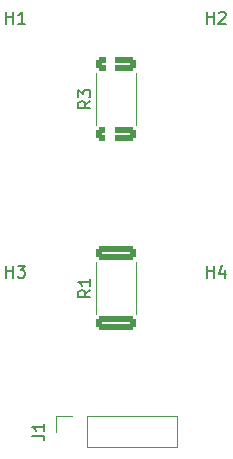
<source format=gbr>
%TF.GenerationSoftware,KiCad,Pcbnew,7.0.7*%
%TF.CreationDate,2023-09-04T20:44:38-04:00*%
%TF.ProjectId,minimal,6d696e69-6d61-46c2-9e6b-696361645f70,rev?*%
%TF.SameCoordinates,Original*%
%TF.FileFunction,Legend,Top*%
%TF.FilePolarity,Positive*%
%FSLAX46Y46*%
G04 Gerber Fmt 4.6, Leading zero omitted, Abs format (unit mm)*
G04 Created by KiCad (PCBNEW 7.0.7) date 2023-09-04 20:44:38*
%MOMM*%
%LPD*%
G01*
G04 APERTURE LIST*
G04 Aperture macros list*
%AMRoundRect*
0 Rectangle with rounded corners*
0 $1 Rounding radius*
0 $2 $3 $4 $5 $6 $7 $8 $9 X,Y pos of 4 corners*
0 Add a 4 corners polygon primitive as box body*
4,1,4,$2,$3,$4,$5,$6,$7,$8,$9,$2,$3,0*
0 Add four circle primitives for the rounded corners*
1,1,$1+$1,$2,$3*
1,1,$1+$1,$4,$5*
1,1,$1+$1,$6,$7*
1,1,$1+$1,$8,$9*
0 Add four rect primitives between the rounded corners*
20,1,$1+$1,$2,$3,$4,$5,0*
20,1,$1+$1,$4,$5,$6,$7,0*
20,1,$1+$1,$6,$7,$8,$9,0*
20,1,$1+$1,$8,$9,$2,$3,0*%
%AMFreePoly0*
4,1,45,0.263282,1.831170,0.521205,1.775062,0.768518,1.682819,1.000186,1.556319,1.211492,1.398137,1.398137,1.211492,1.556319,1.000186,1.682819,0.768518,1.775062,0.521205,1.831170,0.263282,1.850000,0.000000,1.831170,-0.263282,1.775062,-0.521205,1.682819,-0.768518,1.556319,-1.000186,1.398137,-1.211492,1.211492,-1.398137,1.000186,-1.556319,0.768518,-1.682819,0.521205,-1.775062,
0.263282,-1.831170,0.000000,-1.850000,-0.263282,-1.831170,-0.521205,-1.775062,-0.768518,-1.682819,-1.000186,-1.556319,-1.211492,-1.398137,-1.398137,-1.211492,-1.556319,-1.000186,-1.682819,-0.768518,-1.775062,-0.521205,-1.831170,-0.263282,-1.850000,0.000000,-1.831170,0.263282,-1.775062,0.521205,-1.682819,0.768518,-1.556319,1.000186,-1.398137,1.211492,-1.211492,1.398137,-1.000186,1.556319,
-0.768518,1.682819,-0.521205,1.775062,-0.263282,1.831170,0.000000,1.850000,0.263282,1.831170,0.263282,1.831170,$1*%
%AMFreePoly1*
4,1,49,0.287158,2.181179,0.569402,2.125037,0.841904,2.032535,1.100000,1.905256,1.339275,1.745377,1.555635,1.555635,1.745377,1.339275,1.905256,1.100000,2.032535,0.841904,2.125037,0.569402,2.181179,0.287158,2.200000,0.000000,2.181179,-0.287158,2.125037,-0.569402,2.032535,-0.841904,1.905256,-1.100000,1.745377,-1.339275,1.555635,-1.555635,1.339275,-1.745377,1.100000,-1.905256,
0.841904,-2.032535,0.569402,-2.125037,0.287158,-2.181179,0.000000,-2.200000,-0.287158,-2.181179,-0.569402,-2.125037,-0.841904,-2.032535,-1.100000,-1.905256,-1.339275,-1.745377,-1.555635,-1.555635,-1.745377,-1.339275,-1.905256,-1.100000,-2.032535,-0.841904,-2.125037,-0.569402,-2.181179,-0.287158,-2.200000,0.000000,-2.181179,0.287158,-2.125037,0.569402,-2.032535,0.841904,-1.905256,1.100000,
-1.745377,1.339275,-1.555635,1.555635,-1.339275,1.745377,-1.100000,1.905256,-0.841904,2.032535,-0.569402,2.125037,-0.287158,2.181179,0.000000,2.200000,0.287158,2.181179,0.287158,2.181179,$1*%
%AMFreePoly2*
4,1,53,0.313395,2.581043,0.622221,2.524449,0.921973,2.431042,1.208280,2.302186,1.476968,2.139758,1.724119,1.946128,1.946128,1.724119,2.139758,1.476968,2.302186,1.208280,2.431042,0.921973,2.524449,0.622221,2.581043,0.313395,2.600000,0.000000,2.581043,-0.313395,2.524449,-0.622221,2.431042,-0.921973,2.302186,-1.208280,2.139758,-1.476968,1.946128,-1.724119,1.724119,-1.946128,
1.476968,-2.139758,1.208280,-2.302186,0.921973,-2.431042,0.622221,-2.524449,0.313395,-2.581043,0.000000,-2.600000,-0.313395,-2.581043,-0.622221,-2.524449,-0.921973,-2.431042,-1.208280,-2.302186,-1.476968,-2.139758,-1.724119,-1.946128,-1.946128,-1.724119,-2.139758,-1.476968,-2.302186,-1.208280,-2.431042,-0.921973,-2.524449,-0.622221,-2.581043,-0.313395,-2.600000,0.000000,-2.581043,0.313395,
-2.524449,0.622221,-2.431042,0.921973,-2.302186,1.208280,-2.139758,1.476968,-1.946128,1.724119,-1.724119,1.946128,-1.476968,2.139758,-1.208280,2.302186,-0.921973,2.431042,-0.622221,2.524449,-0.313395,2.581043,0.000000,2.600000,0.313395,2.581043,0.313395,2.581043,$1*%
G04 Aperture macros list end*
%ADD10C,0.150000*%
%ADD11C,0.120000*%
%ADD12C,0.000000*%
%ADD13R,1.700000X1.700000*%
%ADD14O,1.700000X1.700000*%
%ADD15RoundRect,0.250000X1.425000X-0.362500X1.425000X0.362500X-1.425000X0.362500X-1.425000X-0.362500X0*%
%ADD16C,0.800000*%
%ADD17C,6.400000*%
%ADD18FreePoly0,0.000000*%
%ADD19FreePoly1,0.000000*%
%ADD20FreePoly2,0.000000*%
G04 APERTURE END LIST*
D10*
X4944819Y-34633333D02*
X5659104Y-34633333D01*
X5659104Y-34633333D02*
X5801961Y-34680952D01*
X5801961Y-34680952D02*
X5897200Y-34776190D01*
X5897200Y-34776190D02*
X5944819Y-34919047D01*
X5944819Y-34919047D02*
X5944819Y-35014285D01*
X5944819Y-33633333D02*
X5944819Y-34204761D01*
X5944819Y-33919047D02*
X4944819Y-33919047D01*
X4944819Y-33919047D02*
X5087676Y-34014285D01*
X5087676Y-34014285D02*
X5182914Y-34109523D01*
X5182914Y-34109523D02*
X5230533Y-34204761D01*
X9834819Y-6316666D02*
X9358628Y-6649999D01*
X9834819Y-6888094D02*
X8834819Y-6888094D01*
X8834819Y-6888094D02*
X8834819Y-6507142D01*
X8834819Y-6507142D02*
X8882438Y-6411904D01*
X8882438Y-6411904D02*
X8930057Y-6364285D01*
X8930057Y-6364285D02*
X9025295Y-6316666D01*
X9025295Y-6316666D02*
X9168152Y-6316666D01*
X9168152Y-6316666D02*
X9263390Y-6364285D01*
X9263390Y-6364285D02*
X9311009Y-6411904D01*
X9311009Y-6411904D02*
X9358628Y-6507142D01*
X9358628Y-6507142D02*
X9358628Y-6888094D01*
X8834819Y-5983332D02*
X8834819Y-5364285D01*
X8834819Y-5364285D02*
X9215771Y-5697618D01*
X9215771Y-5697618D02*
X9215771Y-5554761D01*
X9215771Y-5554761D02*
X9263390Y-5459523D01*
X9263390Y-5459523D02*
X9311009Y-5411904D01*
X9311009Y-5411904D02*
X9406247Y-5364285D01*
X9406247Y-5364285D02*
X9644342Y-5364285D01*
X9644342Y-5364285D02*
X9739580Y-5411904D01*
X9739580Y-5411904D02*
X9787200Y-5459523D01*
X9787200Y-5459523D02*
X9834819Y-5554761D01*
X9834819Y-5554761D02*
X9834819Y-5840475D01*
X9834819Y-5840475D02*
X9787200Y-5935713D01*
X9787200Y-5935713D02*
X9739580Y-5983332D01*
X2738095Y245180D02*
X2738095Y1245180D01*
X2738095Y768990D02*
X3309523Y768990D01*
X3309523Y245180D02*
X3309523Y1245180D01*
X4309523Y245180D02*
X3738095Y245180D01*
X4023809Y245180D02*
X4023809Y1245180D01*
X4023809Y1245180D02*
X3928571Y1102323D01*
X3928571Y1102323D02*
X3833333Y1007085D01*
X3833333Y1007085D02*
X3738095Y959466D01*
X19738095Y245180D02*
X19738095Y1245180D01*
X19738095Y768990D02*
X20309523Y768990D01*
X20309523Y245180D02*
X20309523Y1245180D01*
X20738095Y1149942D02*
X20785714Y1197561D01*
X20785714Y1197561D02*
X20880952Y1245180D01*
X20880952Y1245180D02*
X21119047Y1245180D01*
X21119047Y1245180D02*
X21214285Y1197561D01*
X21214285Y1197561D02*
X21261904Y1149942D01*
X21261904Y1149942D02*
X21309523Y1054704D01*
X21309523Y1054704D02*
X21309523Y959466D01*
X21309523Y959466D02*
X21261904Y816609D01*
X21261904Y816609D02*
X20690476Y245180D01*
X20690476Y245180D02*
X21309523Y245180D01*
X9834819Y-22316666D02*
X9358628Y-22649999D01*
X9834819Y-22888094D02*
X8834819Y-22888094D01*
X8834819Y-22888094D02*
X8834819Y-22507142D01*
X8834819Y-22507142D02*
X8882438Y-22411904D01*
X8882438Y-22411904D02*
X8930057Y-22364285D01*
X8930057Y-22364285D02*
X9025295Y-22316666D01*
X9025295Y-22316666D02*
X9168152Y-22316666D01*
X9168152Y-22316666D02*
X9263390Y-22364285D01*
X9263390Y-22364285D02*
X9311009Y-22411904D01*
X9311009Y-22411904D02*
X9358628Y-22507142D01*
X9358628Y-22507142D02*
X9358628Y-22888094D01*
X9834819Y-21364285D02*
X9834819Y-21935713D01*
X9834819Y-21649999D02*
X8834819Y-21649999D01*
X8834819Y-21649999D02*
X8977676Y-21745237D01*
X8977676Y-21745237D02*
X9072914Y-21840475D01*
X9072914Y-21840475D02*
X9120533Y-21935713D01*
X2738095Y-21254819D02*
X2738095Y-20254819D01*
X2738095Y-20731009D02*
X3309523Y-20731009D01*
X3309523Y-21254819D02*
X3309523Y-20254819D01*
X3690476Y-20254819D02*
X4309523Y-20254819D01*
X4309523Y-20254819D02*
X3976190Y-20635771D01*
X3976190Y-20635771D02*
X4119047Y-20635771D01*
X4119047Y-20635771D02*
X4214285Y-20683390D01*
X4214285Y-20683390D02*
X4261904Y-20731009D01*
X4261904Y-20731009D02*
X4309523Y-20826247D01*
X4309523Y-20826247D02*
X4309523Y-21064342D01*
X4309523Y-21064342D02*
X4261904Y-21159580D01*
X4261904Y-21159580D02*
X4214285Y-21207200D01*
X4214285Y-21207200D02*
X4119047Y-21254819D01*
X4119047Y-21254819D02*
X3833333Y-21254819D01*
X3833333Y-21254819D02*
X3738095Y-21207200D01*
X3738095Y-21207200D02*
X3690476Y-21159580D01*
X19738095Y-21254819D02*
X19738095Y-20254819D01*
X19738095Y-20731009D02*
X20309523Y-20731009D01*
X20309523Y-21254819D02*
X20309523Y-20254819D01*
X21214285Y-20588152D02*
X21214285Y-21254819D01*
X20976190Y-20207200D02*
X20738095Y-20921485D01*
X20738095Y-20921485D02*
X21357142Y-20921485D01*
D11*
%TO.C,J1*%
X9530000Y-35630000D02*
X17210000Y-35630000D01*
X9530000Y-35630000D02*
X9530000Y-32970000D01*
X17210000Y-35630000D02*
X17210000Y-32970000D01*
X6930000Y-34300000D02*
X6930000Y-32970000D01*
X6930000Y-32970000D02*
X8260000Y-32970000D01*
X9530000Y-32970000D02*
X17210000Y-32970000D01*
%TO.C,R3*%
X10290000Y-8327064D02*
X10290000Y-3972936D01*
X13710000Y-8327064D02*
X13710000Y-3972936D01*
%TO.C,R1*%
X10290000Y-24327064D02*
X10290000Y-19972936D01*
X13710000Y-24327064D02*
X13710000Y-19972936D01*
%TD*%
%LPC*%
D12*
G36*
X20959162Y-31573321D02*
G01*
X20961633Y-31573503D01*
X20964089Y-31573801D01*
X20966522Y-31574211D01*
X20968924Y-31574730D01*
X20971286Y-31575353D01*
X20973603Y-31576077D01*
X20975865Y-31576898D01*
X20978065Y-31577812D01*
X20980195Y-31578815D01*
X20982248Y-31579904D01*
X20984216Y-31581074D01*
X20986090Y-31582321D01*
X20987864Y-31583642D01*
X20989530Y-31585033D01*
X20991079Y-31586489D01*
X21033412Y-31628823D01*
X21034868Y-31630372D01*
X21036259Y-31632037D01*
X21037580Y-31633811D01*
X21038827Y-31635685D01*
X21039997Y-31637653D01*
X21041085Y-31639706D01*
X21042089Y-31641836D01*
X21043003Y-31644036D01*
X21043824Y-31646298D01*
X21044548Y-31648615D01*
X21045171Y-31650977D01*
X21045690Y-31653379D01*
X21046100Y-31655812D01*
X21046398Y-31658268D01*
X21046579Y-31660739D01*
X21046641Y-31663218D01*
X21046641Y-31679093D01*
X21115433Y-31700260D01*
X21118130Y-31701065D01*
X21120763Y-31701991D01*
X21123330Y-31703033D01*
X21125830Y-31704187D01*
X21128260Y-31705450D01*
X21130618Y-31706818D01*
X21132902Y-31708286D01*
X21135111Y-31709851D01*
X21137242Y-31711509D01*
X21139294Y-31713256D01*
X21141265Y-31715089D01*
X21143152Y-31717003D01*
X21146668Y-31721060D01*
X21149828Y-31725395D01*
X21152616Y-31729979D01*
X21155017Y-31734780D01*
X21157014Y-31739767D01*
X21158593Y-31744908D01*
X21159737Y-31750174D01*
X21160432Y-31755533D01*
X21160606Y-31758238D01*
X21160662Y-31760954D01*
X21160598Y-31763678D01*
X21160412Y-31766406D01*
X21160342Y-31769118D01*
X21160137Y-31771797D01*
X21159799Y-31774441D01*
X21159332Y-31777046D01*
X21158738Y-31779610D01*
X21158022Y-31782131D01*
X21157187Y-31784607D01*
X21156236Y-31787035D01*
X21155173Y-31789412D01*
X21154000Y-31791737D01*
X21152722Y-31794006D01*
X21151342Y-31796218D01*
X21149863Y-31798369D01*
X21148289Y-31800458D01*
X21146622Y-31802482D01*
X21144867Y-31804439D01*
X21143027Y-31806326D01*
X21141104Y-31808141D01*
X21139104Y-31809881D01*
X21137028Y-31811545D01*
X21134880Y-31813128D01*
X21132664Y-31814630D01*
X21130384Y-31816048D01*
X21128041Y-31817379D01*
X21125641Y-31818621D01*
X21123186Y-31819771D01*
X21120679Y-31820827D01*
X21118124Y-31821787D01*
X21115525Y-31822648D01*
X21112885Y-31823408D01*
X21110207Y-31824064D01*
X21107495Y-31824614D01*
X21046641Y-31835197D01*
X21046641Y-31911927D01*
X21115433Y-31933093D01*
X21118130Y-31933899D01*
X21120763Y-31934824D01*
X21123330Y-31935866D01*
X21125830Y-31937021D01*
X21128260Y-31938284D01*
X21130618Y-31939651D01*
X21132902Y-31941119D01*
X21135111Y-31942685D01*
X21137242Y-31944343D01*
X21139294Y-31946090D01*
X21141265Y-31947923D01*
X21143152Y-31949837D01*
X21146668Y-31953893D01*
X21149828Y-31958229D01*
X21152616Y-31962813D01*
X21155017Y-31967613D01*
X21157014Y-31972600D01*
X21158593Y-31977742D01*
X21159737Y-31983008D01*
X21160432Y-31988366D01*
X21160606Y-31991071D01*
X21160662Y-31993787D01*
X21160598Y-31996511D01*
X21160412Y-31999239D01*
X21160342Y-32001952D01*
X21160137Y-32004631D01*
X21159799Y-32007274D01*
X21159332Y-32009879D01*
X21158738Y-32012444D01*
X21158022Y-32014965D01*
X21157187Y-32017440D01*
X21156236Y-32019868D01*
X21155173Y-32022246D01*
X21154000Y-32024570D01*
X21152722Y-32026839D01*
X21151342Y-32029051D01*
X21149863Y-32031203D01*
X21148289Y-32033292D01*
X21146622Y-32035316D01*
X21144867Y-32037273D01*
X21143027Y-32039160D01*
X21141104Y-32040975D01*
X21139104Y-32042715D01*
X21137028Y-32044378D01*
X21134880Y-32045962D01*
X21132664Y-32047464D01*
X21130384Y-32048882D01*
X21128041Y-32050213D01*
X21125641Y-32051455D01*
X21123186Y-32052605D01*
X21120679Y-32053661D01*
X21118124Y-32054621D01*
X21115525Y-32055482D01*
X21112885Y-32056242D01*
X21110207Y-32056898D01*
X21107495Y-32057448D01*
X21046641Y-32068031D01*
X21046641Y-32144760D01*
X21115433Y-32165927D01*
X21118130Y-32166732D01*
X21120763Y-32167658D01*
X21123330Y-32168700D01*
X21125830Y-32169854D01*
X21128260Y-32171117D01*
X21130618Y-32172484D01*
X21132902Y-32173953D01*
X21135111Y-32175518D01*
X21137242Y-32177176D01*
X21139294Y-32178923D01*
X21141265Y-32180756D01*
X21143152Y-32182670D01*
X21146668Y-32186726D01*
X21149828Y-32191062D01*
X21152616Y-32195646D01*
X21155017Y-32200446D01*
X21157014Y-32205433D01*
X21158593Y-32210575D01*
X21159737Y-32215841D01*
X21160432Y-32221200D01*
X21160606Y-32223904D01*
X21160662Y-32226621D01*
X21160598Y-32229345D01*
X21160412Y-32232073D01*
X21160342Y-32234785D01*
X21160137Y-32237464D01*
X21159799Y-32240108D01*
X21159332Y-32242713D01*
X21158738Y-32245277D01*
X21158022Y-32247798D01*
X21157187Y-32250274D01*
X21156236Y-32252702D01*
X21155173Y-32255079D01*
X21154000Y-32257403D01*
X21152722Y-32259673D01*
X21151342Y-32261884D01*
X21149863Y-32264036D01*
X21148289Y-32266125D01*
X21146622Y-32268149D01*
X21144867Y-32270106D01*
X21143027Y-32271993D01*
X21141104Y-32273808D01*
X21139104Y-32275548D01*
X21137028Y-32277211D01*
X21134880Y-32278795D01*
X21132664Y-32280297D01*
X21130384Y-32281715D01*
X21128041Y-32283046D01*
X21125641Y-32284287D01*
X21123186Y-32285438D01*
X21120679Y-32286494D01*
X21118124Y-32287454D01*
X21115525Y-32288315D01*
X21112885Y-32289074D01*
X21110207Y-32289731D01*
X21107495Y-32290281D01*
X21046641Y-32300864D01*
X21046641Y-32515176D01*
X21200099Y-32515176D01*
X21205764Y-32515315D01*
X21211346Y-32515726D01*
X21216837Y-32516404D01*
X21222232Y-32517342D01*
X21227524Y-32518533D01*
X21232707Y-32519973D01*
X21237775Y-32521653D01*
X21242722Y-32523569D01*
X21247540Y-32525713D01*
X21252224Y-32528079D01*
X21256768Y-32530662D01*
X21261165Y-32533454D01*
X21265409Y-32536450D01*
X21269493Y-32539643D01*
X21273412Y-32543027D01*
X21277159Y-32546596D01*
X21280727Y-32550343D01*
X21284111Y-32554261D01*
X21287304Y-32558346D01*
X21290300Y-32562590D01*
X21293093Y-32566987D01*
X21295675Y-32571530D01*
X21298042Y-32576214D01*
X21300186Y-32581033D01*
X21302102Y-32585979D01*
X21303782Y-32591047D01*
X21305221Y-32596230D01*
X21306413Y-32601523D01*
X21307351Y-32606917D01*
X21308029Y-32612409D01*
X21308440Y-32617990D01*
X21308578Y-32623656D01*
X21308578Y-32938510D01*
X21308392Y-32946940D01*
X21307834Y-32955351D01*
X21306904Y-32963723D01*
X21305602Y-32972037D01*
X21303927Y-32980274D01*
X21301881Y-32988413D01*
X21299463Y-32996437D01*
X21296672Y-33004325D01*
X21293509Y-33012057D01*
X21289975Y-33019616D01*
X21286068Y-33026980D01*
X21281789Y-33034132D01*
X21277138Y-33041050D01*
X21272115Y-33047717D01*
X21266720Y-33054113D01*
X21260953Y-33060218D01*
X20721203Y-33637010D01*
X20719654Y-33638932D01*
X20717989Y-33640730D01*
X20716215Y-33642405D01*
X20714341Y-33643955D01*
X20712373Y-33645381D01*
X20710320Y-33646683D01*
X20708190Y-33647862D01*
X20705990Y-33648916D01*
X20703728Y-33649846D01*
X20701411Y-33650652D01*
X20699049Y-33651334D01*
X20696647Y-33651892D01*
X20694214Y-33652327D01*
X20691758Y-33652637D01*
X20689287Y-33652823D01*
X20686808Y-33652885D01*
X20618017Y-33652885D01*
X20615537Y-33652823D01*
X20613066Y-33652637D01*
X20610610Y-33652327D01*
X20608178Y-33651893D01*
X20605776Y-33651334D01*
X20603413Y-33650652D01*
X20601097Y-33649846D01*
X20598835Y-33648916D01*
X20596634Y-33647862D01*
X20594504Y-33646684D01*
X20592451Y-33645381D01*
X20590484Y-33643955D01*
X20588609Y-33642405D01*
X20586835Y-33640731D01*
X20585170Y-33638932D01*
X20584380Y-33637986D01*
X20583621Y-33637010D01*
X20093718Y-33121072D01*
X20231725Y-33121072D01*
X20509538Y-33417405D01*
X20652413Y-33414760D01*
X20795288Y-33417405D01*
X21073101Y-33121072D01*
X21047221Y-33124958D01*
X21034126Y-33126746D01*
X21020846Y-33128348D01*
X21007317Y-33129702D01*
X20993478Y-33130746D01*
X20979266Y-33131418D01*
X20964621Y-33131655D01*
X20937686Y-33131024D01*
X20911488Y-33129211D01*
X20886080Y-33126336D01*
X20861516Y-33122519D01*
X20837853Y-33117881D01*
X20815142Y-33112540D01*
X20793439Y-33106619D01*
X20772798Y-33100236D01*
X20753274Y-33093513D01*
X20734920Y-33086568D01*
X20717790Y-33079523D01*
X20701940Y-33072497D01*
X20687423Y-33065610D01*
X20674293Y-33058983D01*
X20652413Y-33046989D01*
X20629665Y-33058983D01*
X20601398Y-33072497D01*
X20568046Y-33086568D01*
X20549599Y-33093513D01*
X20530043Y-33100236D01*
X20509433Y-33106619D01*
X20487823Y-33112540D01*
X20465268Y-33117881D01*
X20441821Y-33122519D01*
X20417537Y-33126336D01*
X20392470Y-33129211D01*
X20366674Y-33131024D01*
X20340205Y-33131655D01*
X20325560Y-33131526D01*
X20311349Y-33131118D01*
X20297510Y-33130400D01*
X20283981Y-33129340D01*
X20270700Y-33127909D01*
X20257605Y-33126074D01*
X20244634Y-33123806D01*
X20231725Y-33121072D01*
X20093718Y-33121072D01*
X20035935Y-33060218D01*
X20030604Y-33054113D01*
X20025532Y-33047718D01*
X20020732Y-33041051D01*
X20016215Y-33034132D01*
X20011992Y-33026981D01*
X20008076Y-33019616D01*
X20004477Y-33012058D01*
X20001208Y-33004325D01*
X19998280Y-32996437D01*
X19995704Y-32988414D01*
X19993493Y-32980274D01*
X19991658Y-32972038D01*
X19990211Y-32963723D01*
X19989162Y-32955351D01*
X19988525Y-32946940D01*
X19988310Y-32938510D01*
X19988310Y-32935864D01*
X20094142Y-32935864D01*
X20094172Y-32937352D01*
X20094261Y-32938841D01*
X20094403Y-32940329D01*
X20094597Y-32941817D01*
X20094836Y-32943305D01*
X20095118Y-32944794D01*
X20095439Y-32946282D01*
X20095795Y-32947770D01*
X20096596Y-32950747D01*
X20097490Y-32953723D01*
X20099433Y-32959676D01*
X20111303Y-32968177D01*
X20128910Y-32979066D01*
X20139796Y-32985066D01*
X20152035Y-32991256D01*
X20165599Y-32997501D01*
X20180462Y-33003664D01*
X20196596Y-33009610D01*
X20213974Y-33015203D01*
X20232569Y-33020308D01*
X20252354Y-33024789D01*
X20273302Y-33028510D01*
X20295385Y-33031336D01*
X20318577Y-33033131D01*
X20342850Y-33033760D01*
X20364947Y-33033219D01*
X20386553Y-33031667D01*
X20407608Y-33029208D01*
X20428054Y-33025946D01*
X20447834Y-33021987D01*
X20466889Y-33017435D01*
X20485161Y-33012395D01*
X20502592Y-33006971D01*
X20519124Y-33001268D01*
X20534699Y-32995390D01*
X20549258Y-32989443D01*
X20562744Y-32983530D01*
X20575097Y-32977757D01*
X20586262Y-32972229D01*
X20599839Y-32964968D01*
X20700038Y-32964968D01*
X20717804Y-32974875D01*
X20740965Y-32986176D01*
X20768964Y-32998036D01*
X20784602Y-33003914D01*
X20801241Y-33009617D01*
X20818809Y-33015041D01*
X20837238Y-33020081D01*
X20856458Y-33024633D01*
X20876399Y-33028592D01*
X20896991Y-33031854D01*
X20918164Y-33034313D01*
X20939848Y-33035865D01*
X20961975Y-33036406D01*
X20974245Y-33036238D01*
X20986248Y-33035748D01*
X20997981Y-33034954D01*
X21009440Y-33033874D01*
X21020622Y-33032526D01*
X21031523Y-33030929D01*
X21042141Y-33029102D01*
X21052471Y-33027063D01*
X21062510Y-33024829D01*
X21072256Y-33022421D01*
X21090851Y-33017151D01*
X21108229Y-33011401D01*
X21124363Y-33005317D01*
X21139226Y-32999048D01*
X21152790Y-32992739D01*
X21165029Y-32986539D01*
X21175916Y-32980595D01*
X21185422Y-32975054D01*
X21193522Y-32970064D01*
X21205392Y-32962322D01*
X21207335Y-32956369D01*
X21208229Y-32953393D01*
X21209030Y-32950416D01*
X21209386Y-32948928D01*
X21209707Y-32947439D01*
X21209989Y-32945951D01*
X21210229Y-32944463D01*
X21210422Y-32942975D01*
X21210565Y-32941486D01*
X21210653Y-32939998D01*
X21210684Y-32938510D01*
X21210684Y-32763885D01*
X21194354Y-32753984D01*
X21173311Y-32742718D01*
X21161100Y-32736845D01*
X21147804Y-32730957D01*
X21133453Y-32725161D01*
X21118079Y-32719567D01*
X21101714Y-32714283D01*
X21084386Y-32709418D01*
X21066129Y-32705080D01*
X21046973Y-32701377D01*
X21026948Y-32698419D01*
X21006086Y-32696313D01*
X20984418Y-32695168D01*
X20961975Y-32695093D01*
X20939877Y-32695634D01*
X20918272Y-32697186D01*
X20897217Y-32699645D01*
X20876771Y-32702907D01*
X20856991Y-32706866D01*
X20837936Y-32711418D01*
X20819664Y-32716458D01*
X20802233Y-32721882D01*
X20785701Y-32727586D01*
X20770126Y-32733463D01*
X20755567Y-32739410D01*
X20742082Y-32745323D01*
X20729728Y-32751096D01*
X20718564Y-32756624D01*
X20700038Y-32766531D01*
X20700038Y-32964968D01*
X20599839Y-32964968D01*
X20604788Y-32962322D01*
X20604788Y-32763885D01*
X20587021Y-32753978D01*
X20563860Y-32742677D01*
X20535862Y-32730817D01*
X20520223Y-32724940D01*
X20503585Y-32719236D01*
X20486016Y-32713812D01*
X20467587Y-32708772D01*
X20448367Y-32704220D01*
X20428426Y-32700261D01*
X20407835Y-32696999D01*
X20386661Y-32694540D01*
X20364977Y-32692988D01*
X20342850Y-32692447D01*
X20331766Y-32692585D01*
X20320843Y-32692988D01*
X20299499Y-32694540D01*
X20278860Y-32696999D01*
X20258969Y-32700261D01*
X20239869Y-32704220D01*
X20221602Y-32708772D01*
X20204211Y-32713812D01*
X20187738Y-32719236D01*
X20172227Y-32724940D01*
X20157719Y-32730817D01*
X20144258Y-32736764D01*
X20131886Y-32742677D01*
X20120646Y-32748450D01*
X20110580Y-32753978D01*
X20101731Y-32759158D01*
X20094142Y-32763885D01*
X20094142Y-32935864D01*
X19988310Y-32935864D01*
X19988310Y-32623656D01*
X20094142Y-32623656D01*
X20096788Y-32623656D01*
X20096788Y-32652760D01*
X20108188Y-32646817D01*
X20120518Y-32640936D01*
X20133716Y-32635180D01*
X20147720Y-32629609D01*
X20162469Y-32624286D01*
X20177899Y-32619274D01*
X20193950Y-32614633D01*
X20210559Y-32610427D01*
X20475142Y-32610427D01*
X20490271Y-32614048D01*
X20504897Y-32617940D01*
X20519011Y-32622065D01*
X20532606Y-32626384D01*
X20545674Y-32630858D01*
X20558207Y-32635448D01*
X20570197Y-32640116D01*
X20581637Y-32644823D01*
X20592519Y-32649529D01*
X20602834Y-32654197D01*
X20621738Y-32663261D01*
X20638284Y-32671705D01*
X20652413Y-32679218D01*
X20666650Y-32671705D01*
X20683460Y-32663261D01*
X20702689Y-32654197D01*
X20724181Y-32644823D01*
X20747782Y-32635448D01*
X20773336Y-32626384D01*
X20786797Y-32622065D01*
X20800688Y-32617940D01*
X20814990Y-32614048D01*
X20829684Y-32610427D01*
X21099558Y-32610427D01*
X21107899Y-32612472D01*
X21116058Y-32614633D01*
X21124039Y-32616903D01*
X21131846Y-32619273D01*
X21146951Y-32624286D01*
X21161404Y-32629609D01*
X21175238Y-32635179D01*
X21188483Y-32640936D01*
X21201170Y-32646817D01*
X21213329Y-32652760D01*
X21213329Y-32623656D01*
X21213314Y-32622919D01*
X21213268Y-32622199D01*
X21213192Y-32621495D01*
X21213086Y-32620808D01*
X21212952Y-32620139D01*
X21212788Y-32619487D01*
X21212597Y-32618854D01*
X21212378Y-32618240D01*
X21212132Y-32617645D01*
X21211860Y-32617070D01*
X21211561Y-32616516D01*
X21211236Y-32615982D01*
X21210887Y-32615469D01*
X21210512Y-32614979D01*
X21210114Y-32614510D01*
X21209691Y-32614065D01*
X21209246Y-32613642D01*
X21208777Y-32613244D01*
X21208287Y-32612869D01*
X21207774Y-32612520D01*
X21207240Y-32612195D01*
X21206686Y-32611896D01*
X21206111Y-32611624D01*
X21205516Y-32611377D01*
X21204902Y-32611159D01*
X21204269Y-32610967D01*
X21203617Y-32610804D01*
X21202948Y-32610669D01*
X21202261Y-32610564D01*
X21201557Y-32610488D01*
X21200837Y-32610442D01*
X21200100Y-32610427D01*
X21099558Y-32610427D01*
X20829684Y-32610427D01*
X20475142Y-32610427D01*
X20210559Y-32610427D01*
X20107371Y-32610427D01*
X20106635Y-32610442D01*
X20105914Y-32610488D01*
X20105211Y-32610564D01*
X20104524Y-32610669D01*
X20103854Y-32610804D01*
X20103203Y-32610967D01*
X20102570Y-32611159D01*
X20101955Y-32611377D01*
X20101361Y-32611623D01*
X20100786Y-32611896D01*
X20100231Y-32612195D01*
X20099697Y-32612519D01*
X20099185Y-32612869D01*
X20098694Y-32613244D01*
X20098226Y-32613642D01*
X20097780Y-32614065D01*
X20097358Y-32614510D01*
X20096959Y-32614979D01*
X20096584Y-32615469D01*
X20096235Y-32615982D01*
X20095910Y-32616515D01*
X20095611Y-32617070D01*
X20095339Y-32617645D01*
X20095093Y-32618240D01*
X20094874Y-32618854D01*
X20094682Y-32619487D01*
X20094519Y-32620139D01*
X20094385Y-32620808D01*
X20094279Y-32621495D01*
X20094203Y-32622199D01*
X20094157Y-32622919D01*
X20094142Y-32623656D01*
X19988310Y-32623656D01*
X19988448Y-32618223D01*
X19988859Y-32612845D01*
X19989537Y-32607529D01*
X19990475Y-32602282D01*
X19991667Y-32597113D01*
X19993106Y-32592030D01*
X19994786Y-32587039D01*
X19996702Y-32582149D01*
X19998846Y-32577368D01*
X20001213Y-32572703D01*
X20003795Y-32568162D01*
X20006588Y-32563752D01*
X20009583Y-32559483D01*
X20012777Y-32555360D01*
X20016160Y-32551393D01*
X20019729Y-32547588D01*
X20023476Y-32543954D01*
X20027394Y-32540498D01*
X20031479Y-32537228D01*
X20035723Y-32534152D01*
X20040120Y-32531278D01*
X20044663Y-32528612D01*
X20049348Y-32526164D01*
X20054166Y-32523941D01*
X20059112Y-32521950D01*
X20064180Y-32520199D01*
X20069364Y-32518697D01*
X20074656Y-32517450D01*
X20080051Y-32516467D01*
X20085542Y-32515755D01*
X20091123Y-32515322D01*
X20096789Y-32515176D01*
X20250247Y-32515176D01*
X20353434Y-32515176D01*
X20948746Y-32515176D01*
X20948746Y-32316739D01*
X20353434Y-32409343D01*
X20353434Y-32515176D01*
X20250247Y-32515176D01*
X20250247Y-32446385D01*
X20184101Y-32430510D01*
X20181404Y-32429712D01*
X20178770Y-32428808D01*
X20176201Y-32427800D01*
X20173698Y-32426691D01*
X20171264Y-32425483D01*
X20168898Y-32424179D01*
X20164381Y-32421291D01*
X20160159Y-32418046D01*
X20156242Y-32414464D01*
X20152643Y-32410565D01*
X20149374Y-32406367D01*
X20146446Y-32401889D01*
X20143871Y-32397153D01*
X20141660Y-32392176D01*
X20139824Y-32386978D01*
X20138377Y-32381578D01*
X20137328Y-32375996D01*
X20136691Y-32370252D01*
X20136476Y-32364364D01*
X20136785Y-32361411D01*
X20137216Y-32358506D01*
X20137765Y-32355652D01*
X20138429Y-32352850D01*
X20139206Y-32350103D01*
X20140092Y-32347412D01*
X20141085Y-32344778D01*
X20142181Y-32342205D01*
X20143378Y-32339694D01*
X20144673Y-32337247D01*
X20146063Y-32334866D01*
X20147545Y-32332552D01*
X20149116Y-32330308D01*
X20150773Y-32328136D01*
X20152514Y-32326038D01*
X20154335Y-32324015D01*
X20156234Y-32322070D01*
X20158207Y-32320204D01*
X20160252Y-32318420D01*
X20162366Y-32316719D01*
X20164545Y-32315103D01*
X20166788Y-32313574D01*
X20169091Y-32312134D01*
X20171450Y-32310786D01*
X20173865Y-32309531D01*
X20176330Y-32308370D01*
X20178844Y-32307307D01*
X20181403Y-32306342D01*
X20184005Y-32305478D01*
X20186647Y-32304717D01*
X20189326Y-32304060D01*
X20192038Y-32303510D01*
X20252892Y-32292926D01*
X20252892Y-32277052D01*
X20353434Y-32277052D01*
X20948746Y-32184447D01*
X20948746Y-32083906D01*
X20353434Y-32176510D01*
X20353434Y-32277052D01*
X20252892Y-32277052D01*
X20252892Y-32213552D01*
X20186746Y-32197677D01*
X20184049Y-32196879D01*
X20181415Y-32195975D01*
X20178846Y-32194967D01*
X20176343Y-32193858D01*
X20173909Y-32192650D01*
X20171543Y-32191346D01*
X20167026Y-32188458D01*
X20162804Y-32185213D01*
X20158887Y-32181631D01*
X20155288Y-32177732D01*
X20152019Y-32173534D01*
X20149091Y-32169056D01*
X20146516Y-32164320D01*
X20144305Y-32159343D01*
X20142469Y-32154145D01*
X20141022Y-32148745D01*
X20139974Y-32143163D01*
X20139336Y-32137419D01*
X20139121Y-32131531D01*
X20139430Y-32128578D01*
X20139861Y-32125673D01*
X20140410Y-32122819D01*
X20141074Y-32120018D01*
X20141851Y-32117270D01*
X20142737Y-32114579D01*
X20143730Y-32111945D01*
X20144826Y-32109372D01*
X20146023Y-32106861D01*
X20147318Y-32104414D01*
X20148708Y-32102033D01*
X20150190Y-32099719D01*
X20151761Y-32097475D01*
X20153419Y-32095303D01*
X20155159Y-32093205D01*
X20156980Y-32091182D01*
X20158879Y-32089237D01*
X20160852Y-32087371D01*
X20162897Y-32085587D01*
X20165011Y-32083885D01*
X20167191Y-32082270D01*
X20169433Y-32080741D01*
X20171736Y-32079301D01*
X20174096Y-32077953D01*
X20176510Y-32076698D01*
X20178975Y-32075537D01*
X20181489Y-32074474D01*
X20184048Y-32073509D01*
X20186650Y-32072645D01*
X20189292Y-32071884D01*
X20191971Y-32071227D01*
X20194683Y-32070677D01*
X20255538Y-32060093D01*
X20255538Y-32044218D01*
X20353434Y-32044218D01*
X20948746Y-31951614D01*
X20948746Y-31851072D01*
X20353434Y-31943677D01*
X20353434Y-32044218D01*
X20255538Y-32044218D01*
X20255538Y-31980718D01*
X20189392Y-31964843D01*
X20186695Y-31964045D01*
X20184061Y-31963141D01*
X20181492Y-31962134D01*
X20178989Y-31961025D01*
X20176555Y-31959817D01*
X20174189Y-31958513D01*
X20169672Y-31955624D01*
X20165449Y-31952380D01*
X20161533Y-31948798D01*
X20157934Y-31944899D01*
X20154665Y-31940700D01*
X20151737Y-31936223D01*
X20149162Y-31931487D01*
X20146951Y-31926510D01*
X20145115Y-31921311D01*
X20143668Y-31915912D01*
X20142619Y-31910330D01*
X20141982Y-31904586D01*
X20141767Y-31898698D01*
X20142076Y-31895745D01*
X20142507Y-31892840D01*
X20143056Y-31889986D01*
X20143720Y-31887184D01*
X20144497Y-31884437D01*
X20145383Y-31881745D01*
X20146376Y-31879112D01*
X20147472Y-31876539D01*
X20148669Y-31874028D01*
X20149964Y-31871581D01*
X20151354Y-31869199D01*
X20152836Y-31866886D01*
X20154407Y-31864642D01*
X20156065Y-31862470D01*
X20157805Y-31860372D01*
X20159626Y-31858349D01*
X20161525Y-31856404D01*
X20163498Y-31854538D01*
X20165543Y-31852753D01*
X20167657Y-31851052D01*
X20169837Y-31849436D01*
X20172079Y-31847908D01*
X20174382Y-31846468D01*
X20176742Y-31845120D01*
X20179156Y-31843864D01*
X20181621Y-31842704D01*
X20184135Y-31841640D01*
X20186694Y-31840676D01*
X20189296Y-31839812D01*
X20191938Y-31839050D01*
X20194617Y-31838394D01*
X20197329Y-31837844D01*
X20258184Y-31827260D01*
X20258184Y-31811385D01*
X20350787Y-31811385D01*
X20946100Y-31718781D01*
X20946100Y-31684385D01*
X20932871Y-31671156D01*
X20366663Y-31671156D01*
X20353434Y-31684385D01*
X20350787Y-31684385D01*
X20350787Y-31811385D01*
X20258184Y-31811385D01*
X20258184Y-31663218D01*
X20258245Y-31660739D01*
X20258427Y-31658268D01*
X20258724Y-31655812D01*
X20259134Y-31653379D01*
X20259653Y-31650978D01*
X20260276Y-31648615D01*
X20261001Y-31646298D01*
X20261821Y-31644036D01*
X20262735Y-31641836D01*
X20263739Y-31639706D01*
X20264827Y-31637653D01*
X20265997Y-31635685D01*
X20267244Y-31633811D01*
X20268565Y-31632037D01*
X20269956Y-31630372D01*
X20271413Y-31628823D01*
X20313746Y-31586489D01*
X20315295Y-31585033D01*
X20316960Y-31583642D01*
X20318734Y-31582321D01*
X20320608Y-31581074D01*
X20322576Y-31579904D01*
X20324629Y-31578815D01*
X20326759Y-31577812D01*
X20328959Y-31576898D01*
X20331221Y-31576077D01*
X20333538Y-31575353D01*
X20335901Y-31574730D01*
X20338302Y-31574211D01*
X20340735Y-31573801D01*
X20343191Y-31573503D01*
X20345662Y-31573321D01*
X20348141Y-31573260D01*
X20956683Y-31573260D01*
X20959162Y-31573321D01*
G37*
G36*
X18378882Y-33968752D02*
G01*
X18404141Y-33970399D01*
X18428777Y-33972827D01*
X18452716Y-33975940D01*
X18475884Y-33979645D01*
X18519612Y-33988448D01*
X18559367Y-33998476D01*
X18594557Y-34008969D01*
X18624588Y-34019167D01*
X18666803Y-34035642D01*
X18681267Y-34041822D01*
X18638292Y-34056574D01*
X18598565Y-34071069D01*
X18561939Y-34085313D01*
X18528268Y-34099312D01*
X18497406Y-34113073D01*
X18469204Y-34126602D01*
X18443517Y-34139905D01*
X18420198Y-34152989D01*
X18399099Y-34165859D01*
X18380074Y-34178523D01*
X18362977Y-34190986D01*
X18347659Y-34203254D01*
X18333976Y-34215335D01*
X18321779Y-34227234D01*
X18310923Y-34238958D01*
X18301259Y-34250512D01*
X18292642Y-34261904D01*
X18284925Y-34273140D01*
X18277960Y-34284225D01*
X18271602Y-34295166D01*
X18249293Y-34337618D01*
X18237959Y-34358145D01*
X18231733Y-34368255D01*
X18224938Y-34378272D01*
X18217429Y-34388202D01*
X18209057Y-34398051D01*
X18199677Y-34407825D01*
X18189142Y-34417531D01*
X18168390Y-34433709D01*
X18147862Y-34446624D01*
X18127641Y-34456421D01*
X18107814Y-34463249D01*
X18088463Y-34467253D01*
X18069673Y-34468580D01*
X18051528Y-34467377D01*
X18034113Y-34463791D01*
X18017512Y-34457969D01*
X18001809Y-34450058D01*
X17987088Y-34440203D01*
X17973434Y-34428553D01*
X17960932Y-34415254D01*
X17949664Y-34400452D01*
X17939717Y-34384295D01*
X17931173Y-34366929D01*
X17924118Y-34348501D01*
X17918635Y-34329158D01*
X17914810Y-34309047D01*
X17912725Y-34288314D01*
X17912466Y-34267106D01*
X17914116Y-34245570D01*
X17917761Y-34223853D01*
X17923484Y-34202102D01*
X17931370Y-34180463D01*
X17941502Y-34159083D01*
X17953966Y-34138109D01*
X17968845Y-34117688D01*
X17986225Y-34097967D01*
X18006188Y-34079092D01*
X18028820Y-34061210D01*
X18054204Y-34044468D01*
X18081152Y-34029337D01*
X18108366Y-34016126D01*
X18135773Y-34004741D01*
X18163299Y-33995086D01*
X18190869Y-33987067D01*
X18218410Y-33980588D01*
X18245847Y-33975555D01*
X18273106Y-33971873D01*
X18300113Y-33969447D01*
X18326794Y-33968181D01*
X18353075Y-33967981D01*
X18378882Y-33968752D01*
G37*
G36*
X22884612Y-33509657D02*
G01*
X22895254Y-33510856D01*
X22905541Y-33512967D01*
X22915417Y-33515932D01*
X22924823Y-33519691D01*
X22933704Y-33524186D01*
X22942001Y-33529357D01*
X22949658Y-33535145D01*
X22956617Y-33541492D01*
X22962821Y-33548337D01*
X22968213Y-33555622D01*
X22972736Y-33563288D01*
X22976333Y-33571276D01*
X22978947Y-33579526D01*
X22980519Y-33587980D01*
X22980994Y-33596578D01*
X22980314Y-33605262D01*
X22978422Y-33613971D01*
X22975261Y-33622648D01*
X22970773Y-33631232D01*
X22964901Y-33639666D01*
X22957589Y-33647889D01*
X22948778Y-33655843D01*
X22938413Y-33663468D01*
X22932518Y-33667138D01*
X22926726Y-33670256D01*
X22915365Y-33675111D01*
X22904159Y-33678578D01*
X22892938Y-33681203D01*
X22869766Y-33686118D01*
X22857475Y-33689499D01*
X22844486Y-33694226D01*
X22830629Y-33700844D01*
X22823321Y-33705033D01*
X22815733Y-33709899D01*
X22807842Y-33715512D01*
X22799628Y-33721939D01*
X22791069Y-33729249D01*
X22782143Y-33737510D01*
X22772830Y-33746790D01*
X22763108Y-33757158D01*
X22752956Y-33768682D01*
X22742352Y-33781430D01*
X22731276Y-33795471D01*
X22719705Y-33810872D01*
X22707619Y-33827703D01*
X22694996Y-33846031D01*
X22693864Y-33837856D01*
X22691896Y-33815356D01*
X22691266Y-33799683D01*
X22691229Y-33781570D01*
X22692052Y-33761394D01*
X22694004Y-33739536D01*
X22697351Y-33716376D01*
X22702360Y-33692293D01*
X22709300Y-33667668D01*
X22718437Y-33642880D01*
X22723913Y-33630544D01*
X22730039Y-33618309D01*
X22736848Y-33606224D01*
X22744373Y-33594335D01*
X22752648Y-33582691D01*
X22761707Y-33571338D01*
X22771583Y-33560324D01*
X22782309Y-33549697D01*
X22793570Y-33540021D01*
X22804991Y-33531790D01*
X22816515Y-33524944D01*
X22828084Y-33519425D01*
X22839641Y-33515173D01*
X22851130Y-33512130D01*
X22862493Y-33510235D01*
X22873673Y-33509431D01*
X22884612Y-33509657D01*
G37*
G36*
X19951852Y-33080322D02*
G01*
X19954197Y-33080444D01*
X19956540Y-33080678D01*
X19958876Y-33081024D01*
X19961199Y-33081480D01*
X19963504Y-33082046D01*
X19965786Y-33082720D01*
X19968039Y-33083502D01*
X19970259Y-33084390D01*
X19972439Y-33085384D01*
X19974574Y-33086483D01*
X19976660Y-33087685D01*
X19978690Y-33088990D01*
X19980660Y-33090397D01*
X19982564Y-33091904D01*
X19984397Y-33093512D01*
X19986154Y-33095218D01*
X19987828Y-33097022D01*
X19989415Y-33098923D01*
X19990910Y-33100920D01*
X19992307Y-33103011D01*
X19993600Y-33105197D01*
X19994779Y-33107444D01*
X19995834Y-33109719D01*
X19996767Y-33112016D01*
X19997579Y-33114333D01*
X19998271Y-33116666D01*
X19998844Y-33119010D01*
X19999299Y-33121362D01*
X19999636Y-33123718D01*
X19999857Y-33126074D01*
X19999963Y-33128426D01*
X19999954Y-33130770D01*
X19999832Y-33133102D01*
X19999598Y-33135419D01*
X19999252Y-33137717D01*
X19998796Y-33139992D01*
X19998231Y-33142239D01*
X19997556Y-33144455D01*
X19996775Y-33146637D01*
X19995886Y-33148779D01*
X19994892Y-33150879D01*
X19993794Y-33152933D01*
X19992591Y-33154936D01*
X19991286Y-33156885D01*
X19989880Y-33158775D01*
X19988372Y-33160604D01*
X19986765Y-33162367D01*
X19985059Y-33164060D01*
X19983255Y-33165679D01*
X19981354Y-33167221D01*
X19979357Y-33168682D01*
X19977265Y-33170057D01*
X19975079Y-33171343D01*
X19910952Y-33205368D01*
X19844922Y-33237044D01*
X19777504Y-33266442D01*
X19709214Y-33293630D01*
X19640568Y-33318679D01*
X19572081Y-33341658D01*
X19504268Y-33362637D01*
X19437645Y-33381687D01*
X19310030Y-33414274D01*
X19193360Y-33439978D01*
X19091759Y-33459356D01*
X19009350Y-33472968D01*
X19045276Y-33501431D01*
X19092363Y-33534980D01*
X19151853Y-33573241D01*
X19224986Y-33615843D01*
X19313001Y-33662414D01*
X19417139Y-33712581D01*
X19538641Y-33765973D01*
X19678746Y-33822218D01*
X19726917Y-33840238D01*
X19774646Y-33857117D01*
X19868491Y-33887599D01*
X19959717Y-33913956D01*
X20047757Y-33936485D01*
X20132045Y-33955478D01*
X20212016Y-33971232D01*
X20287103Y-33984040D01*
X20356741Y-33994197D01*
X20420363Y-34001997D01*
X20477405Y-34007736D01*
X20527300Y-34011707D01*
X20569482Y-34014206D01*
X20628445Y-34015963D01*
X20649767Y-34015363D01*
X20655059Y-34015363D01*
X20758329Y-34011601D01*
X20853651Y-34003783D01*
X20973220Y-33989236D01*
X21113377Y-33965883D01*
X21190032Y-33950256D01*
X21270463Y-33931648D01*
X21354211Y-33909799D01*
X21440819Y-33884451D01*
X21529830Y-33855344D01*
X21620787Y-33822218D01*
X21693243Y-33794198D01*
X21760893Y-33766733D01*
X21823891Y-33739880D01*
X21882394Y-33713697D01*
X21936556Y-33688243D01*
X21986533Y-33663576D01*
X22032478Y-33639754D01*
X22074548Y-33616835D01*
X22112897Y-33594877D01*
X22147680Y-33573938D01*
X22179053Y-33554077D01*
X22207170Y-33535352D01*
X22232187Y-33517820D01*
X22254258Y-33501540D01*
X22273538Y-33486570D01*
X22290183Y-33472968D01*
X22207775Y-33459356D01*
X22106174Y-33439978D01*
X21989504Y-33414274D01*
X21861889Y-33381687D01*
X21727453Y-33341658D01*
X21658966Y-33318679D01*
X21590319Y-33293630D01*
X21522030Y-33266442D01*
X21454612Y-33237044D01*
X21388582Y-33205368D01*
X21324455Y-33171343D01*
X21322269Y-33170057D01*
X21320177Y-33168682D01*
X21318180Y-33167221D01*
X21316279Y-33165679D01*
X21314475Y-33164060D01*
X21312769Y-33162367D01*
X21311162Y-33160604D01*
X21309654Y-33158775D01*
X21308248Y-33156885D01*
X21306943Y-33154936D01*
X21305740Y-33152933D01*
X21304642Y-33150879D01*
X21303648Y-33148779D01*
X21302759Y-33146637D01*
X21301978Y-33144455D01*
X21301304Y-33142239D01*
X21300738Y-33139992D01*
X21300282Y-33137717D01*
X21299936Y-33135419D01*
X21299702Y-33133102D01*
X21299580Y-33130770D01*
X21299571Y-33128426D01*
X21299677Y-33126074D01*
X21299898Y-33123718D01*
X21300235Y-33121362D01*
X21300690Y-33119010D01*
X21301263Y-33116666D01*
X21301955Y-33114333D01*
X21302767Y-33112016D01*
X21303700Y-33109719D01*
X21304755Y-33107444D01*
X21305934Y-33105197D01*
X21307220Y-33103011D01*
X21308595Y-33100920D01*
X21310056Y-33098923D01*
X21311597Y-33097022D01*
X21313217Y-33095218D01*
X21314910Y-33093512D01*
X21316673Y-33091904D01*
X21318501Y-33090397D01*
X21320392Y-33088990D01*
X21322341Y-33087685D01*
X21324344Y-33086483D01*
X21326397Y-33085384D01*
X21328497Y-33084390D01*
X21330640Y-33083502D01*
X21332821Y-33082720D01*
X21335038Y-33082046D01*
X21337285Y-33081480D01*
X21339559Y-33081024D01*
X21341857Y-33080678D01*
X21344174Y-33080444D01*
X21346507Y-33080322D01*
X21348851Y-33080314D01*
X21351203Y-33080419D01*
X21353559Y-33080641D01*
X21355914Y-33080978D01*
X21358266Y-33081433D01*
X21360611Y-33082005D01*
X21362943Y-33082697D01*
X21365260Y-33083509D01*
X21367558Y-33084443D01*
X21369832Y-33085498D01*
X21372080Y-33086676D01*
X21410798Y-33107554D01*
X21450464Y-33127532D01*
X21532085Y-33164858D01*
X21615838Y-33198780D01*
X21700617Y-33229427D01*
X21785320Y-33256927D01*
X21868840Y-33281408D01*
X21950073Y-33302998D01*
X22027915Y-33321824D01*
X22101261Y-33338015D01*
X22169007Y-33351699D01*
X22283279Y-33372054D01*
X22396017Y-33388301D01*
X22398001Y-33388362D01*
X22399980Y-33388544D01*
X22401953Y-33388842D01*
X22403913Y-33389252D01*
X22405858Y-33389771D01*
X22407784Y-33390394D01*
X22409686Y-33391118D01*
X22411561Y-33391939D01*
X22413405Y-33392853D01*
X22415215Y-33393856D01*
X22416985Y-33394945D01*
X22418713Y-33396114D01*
X22420394Y-33397362D01*
X22422026Y-33398683D01*
X22423602Y-33400073D01*
X22425121Y-33401530D01*
X22426578Y-33403020D01*
X22427968Y-33404517D01*
X22429289Y-33406030D01*
X22430537Y-33407566D01*
X22431706Y-33409133D01*
X22432795Y-33410739D01*
X22433798Y-33412391D01*
X22434712Y-33414098D01*
X22435533Y-33415867D01*
X22436257Y-33417705D01*
X22436880Y-33419621D01*
X22437399Y-33421622D01*
X22437809Y-33423716D01*
X22438107Y-33425911D01*
X22438289Y-33428215D01*
X22438350Y-33430635D01*
X22438350Y-33692572D01*
X22438288Y-33695052D01*
X22438102Y-33697527D01*
X22437792Y-33699996D01*
X22437358Y-33702452D01*
X22436800Y-33704893D01*
X22436118Y-33707315D01*
X22435311Y-33709713D01*
X22434381Y-33712085D01*
X22433327Y-33714425D01*
X22432149Y-33716730D01*
X22430847Y-33718997D01*
X22429420Y-33721221D01*
X22427870Y-33723399D01*
X22426196Y-33725526D01*
X22424397Y-33727599D01*
X22422475Y-33729613D01*
X22421524Y-33730523D01*
X22420382Y-33731567D01*
X22418837Y-33732921D01*
X22416920Y-33734523D01*
X22414662Y-33736311D01*
X22412094Y-33738223D01*
X22410703Y-33739206D01*
X22409246Y-33740197D01*
X22620913Y-33816926D01*
X22620913Y-33912176D01*
X22422475Y-33986260D01*
X22424397Y-33987809D01*
X22426196Y-33989474D01*
X22427870Y-33991248D01*
X22429420Y-33993122D01*
X22430846Y-33995090D01*
X22432149Y-33997143D01*
X22433327Y-33999273D01*
X22434381Y-34001473D01*
X22435311Y-34003735D01*
X22436118Y-34006052D01*
X22436800Y-34008415D01*
X22437358Y-34010816D01*
X22437792Y-34013249D01*
X22438102Y-34015705D01*
X22438288Y-34018177D01*
X22438350Y-34020656D01*
X22438350Y-34290531D01*
X22438311Y-34292267D01*
X22438197Y-34294001D01*
X22438008Y-34295731D01*
X22437745Y-34297455D01*
X22437411Y-34299172D01*
X22437007Y-34300879D01*
X22436534Y-34302574D01*
X22435994Y-34304256D01*
X22435387Y-34305922D01*
X22434716Y-34307571D01*
X22433983Y-34309200D01*
X22433187Y-34310809D01*
X22431418Y-34313953D01*
X22429420Y-34316989D01*
X22427205Y-34319901D01*
X22424785Y-34322673D01*
X22422171Y-34325291D01*
X22419374Y-34327738D01*
X22416407Y-34329999D01*
X22414864Y-34331054D01*
X22413282Y-34332058D01*
X22411663Y-34333007D01*
X22410008Y-34333900D01*
X22408320Y-34334735D01*
X22406600Y-34335510D01*
X20665642Y-34973156D01*
X20664649Y-34973621D01*
X20663657Y-34974029D01*
X20662665Y-34974382D01*
X20661673Y-34974685D01*
X20660681Y-34974942D01*
X20659689Y-34975156D01*
X20658696Y-34975331D01*
X20657704Y-34975471D01*
X20656712Y-34975580D01*
X20655720Y-34975662D01*
X20653736Y-34975760D01*
X20651751Y-34975796D01*
X20649767Y-34975802D01*
X20647782Y-34975796D01*
X20645798Y-34975760D01*
X20643814Y-34975662D01*
X20642822Y-34975580D01*
X20641829Y-34975471D01*
X20640837Y-34975331D01*
X20639845Y-34975156D01*
X20638853Y-34974942D01*
X20637861Y-34974685D01*
X20636869Y-34974382D01*
X20635876Y-34974029D01*
X20634884Y-34973621D01*
X20633892Y-34973156D01*
X20308817Y-34854093D01*
X18892934Y-34335510D01*
X18891213Y-34334975D01*
X18889525Y-34334365D01*
X18887871Y-34333682D01*
X18886252Y-34332926D01*
X18883126Y-34331208D01*
X18880159Y-34329226D01*
X18877363Y-34326996D01*
X18874749Y-34324534D01*
X18872328Y-34321854D01*
X18870113Y-34318973D01*
X18868115Y-34315906D01*
X18866346Y-34312669D01*
X18864817Y-34309276D01*
X18863540Y-34305744D01*
X18862527Y-34302088D01*
X18861788Y-34298324D01*
X18861337Y-34294466D01*
X18861184Y-34290531D01*
X18861184Y-34250843D01*
X18961725Y-34250843D01*
X20604788Y-34854093D01*
X20700038Y-34854093D01*
X22343100Y-34250843D01*
X22343100Y-34084156D01*
X20700038Y-34655656D01*
X20700038Y-34854093D01*
X20604788Y-34854093D01*
X20604788Y-34655656D01*
X18961725Y-34084156D01*
X18961725Y-34250843D01*
X18861184Y-34250843D01*
X18861184Y-34084156D01*
X18861184Y-34020656D01*
X18861246Y-34018177D01*
X18861432Y-34015705D01*
X18861742Y-34013249D01*
X18862176Y-34010817D01*
X18862734Y-34008415D01*
X18863416Y-34006052D01*
X18864222Y-34003736D01*
X18865152Y-34001473D01*
X18866207Y-33999273D01*
X18867385Y-33997143D01*
X18868687Y-33995090D01*
X18870113Y-33993123D01*
X18871664Y-33991248D01*
X18873338Y-33989474D01*
X18875136Y-33987809D01*
X18876082Y-33987020D01*
X18877059Y-33986260D01*
X18678621Y-33917468D01*
X18678621Y-33822218D01*
X18890288Y-33745489D01*
X18888831Y-33744498D01*
X18887441Y-33743515D01*
X18886120Y-33742547D01*
X18884872Y-33741603D01*
X18883702Y-33740689D01*
X18882614Y-33739814D01*
X18881611Y-33738986D01*
X18880697Y-33738212D01*
X18879876Y-33737501D01*
X18879152Y-33736858D01*
X18878010Y-33735815D01*
X18877059Y-33734905D01*
X18875136Y-33732890D01*
X18873338Y-33730817D01*
X18871664Y-33728690D01*
X18870113Y-33726513D01*
X18868687Y-33724289D01*
X18867385Y-33722022D01*
X18866207Y-33719717D01*
X18865152Y-33717377D01*
X18864222Y-33715005D01*
X18863416Y-33712607D01*
X18862734Y-33710185D01*
X18862176Y-33707744D01*
X18861742Y-33705288D01*
X18861432Y-33702819D01*
X18861246Y-33700344D01*
X18861184Y-33697864D01*
X18861184Y-33671406D01*
X18961725Y-33671406D01*
X18993351Y-33696153D01*
X19042588Y-33731474D01*
X19109437Y-33775539D01*
X19193897Y-33826518D01*
X19295968Y-33882581D01*
X19353608Y-33911948D01*
X19415651Y-33941901D01*
X19482096Y-33972210D01*
X19552945Y-34002646D01*
X19628196Y-34032982D01*
X19707850Y-34062989D01*
X19769054Y-34083764D01*
X19832230Y-34103426D01*
X19896809Y-34121980D01*
X19962222Y-34139429D01*
X20093268Y-34171029D01*
X20220811Y-34198257D01*
X20340292Y-34221145D01*
X20447154Y-34239722D01*
X20604788Y-34264072D01*
X20604788Y-34261427D01*
X20700038Y-34261427D01*
X20857630Y-34238565D01*
X20964394Y-34220359D01*
X21083684Y-34197596D01*
X21210911Y-34170243D01*
X21341487Y-34138271D01*
X21470823Y-34101648D01*
X21533592Y-34081583D01*
X21594330Y-34060343D01*
X21674420Y-34030336D01*
X21750000Y-34000000D01*
X21821083Y-33969564D01*
X21887686Y-33939255D01*
X21949825Y-33909303D01*
X22007514Y-33879936D01*
X22060769Y-33851382D01*
X22109606Y-33823872D01*
X22154040Y-33797633D01*
X22194086Y-33772893D01*
X22229761Y-33749882D01*
X22261080Y-33728829D01*
X22310710Y-33693508D01*
X22343100Y-33668760D01*
X22343100Y-33547051D01*
X22301500Y-33579871D01*
X22249421Y-33616628D01*
X22185807Y-33657044D01*
X22109605Y-33700840D01*
X22019760Y-33747737D01*
X21915219Y-33797455D01*
X21794926Y-33849715D01*
X21657829Y-33904239D01*
X21575711Y-33934344D01*
X21495240Y-33961274D01*
X21416699Y-33985205D01*
X21340371Y-34006310D01*
X21266539Y-34024764D01*
X21195486Y-34040742D01*
X21127494Y-34054418D01*
X21062848Y-34065965D01*
X21001829Y-34075560D01*
X20944721Y-34083375D01*
X20843368Y-34094367D01*
X20761052Y-34100335D01*
X20700038Y-34102676D01*
X20700038Y-34261427D01*
X20604788Y-34261427D01*
X20604788Y-34102676D01*
X20543773Y-34100335D01*
X20461458Y-34094367D01*
X20360105Y-34083375D01*
X20241978Y-34065965D01*
X20109340Y-34040742D01*
X20038287Y-34024764D01*
X19964455Y-34006310D01*
X19888127Y-33985205D01*
X19809586Y-33961274D01*
X19729114Y-33934344D01*
X19646996Y-33904239D01*
X19576281Y-33876712D01*
X19509898Y-33849720D01*
X19447717Y-33823302D01*
X19389606Y-33797496D01*
X19335432Y-33772341D01*
X19285065Y-33747876D01*
X19238371Y-33724140D01*
X19195220Y-33701171D01*
X19155479Y-33679008D01*
X19119018Y-33657690D01*
X19085703Y-33637256D01*
X19055404Y-33617745D01*
X19027988Y-33599194D01*
X19003325Y-33581643D01*
X18981281Y-33565132D01*
X18961725Y-33549697D01*
X18961725Y-33671406D01*
X18861184Y-33671406D01*
X18861184Y-33549697D01*
X18861184Y-33435926D01*
X18861245Y-33433702D01*
X18861427Y-33431496D01*
X18861727Y-33429312D01*
X18862140Y-33427152D01*
X18862663Y-33425018D01*
X18863294Y-33422915D01*
X18864028Y-33420845D01*
X18864863Y-33418811D01*
X18865795Y-33416815D01*
X18866820Y-33414862D01*
X18867935Y-33412952D01*
X18869137Y-33411091D01*
X18870422Y-33409279D01*
X18871787Y-33407521D01*
X18873229Y-33405819D01*
X18874744Y-33404176D01*
X18876328Y-33402595D01*
X18877979Y-33401080D01*
X18879693Y-33399631D01*
X18881467Y-33398254D01*
X18883296Y-33396950D01*
X18885179Y-33395723D01*
X18887111Y-33394576D01*
X18889089Y-33393510D01*
X18891109Y-33392530D01*
X18893169Y-33391638D01*
X18895265Y-33390837D01*
X18897393Y-33390130D01*
X18899551Y-33389521D01*
X18901733Y-33389010D01*
X18903939Y-33388603D01*
X18906163Y-33388301D01*
X19017370Y-33372054D01*
X19131172Y-33351699D01*
X19271949Y-33321825D01*
X19430834Y-33281409D01*
X19514295Y-33256928D01*
X19598958Y-33229427D01*
X19683713Y-33198780D01*
X19767454Y-33164858D01*
X19849070Y-33127532D01*
X19927454Y-33086676D01*
X19929469Y-33085498D01*
X19931540Y-33084443D01*
X19933662Y-33083509D01*
X19935831Y-33082697D01*
X19938040Y-33082005D01*
X19940285Y-33081432D01*
X19942560Y-33080978D01*
X19944859Y-33080640D01*
X19947178Y-33080419D01*
X19949510Y-33080313D01*
X19951852Y-33080322D01*
G37*
G36*
X20661274Y-31045587D02*
G01*
X20669122Y-31046099D01*
X20676934Y-31046951D01*
X20684695Y-31048145D01*
X20692393Y-31049680D01*
X20700013Y-31051556D01*
X20707541Y-31053773D01*
X20714962Y-31056331D01*
X20722264Y-31059230D01*
X20729431Y-31062470D01*
X20736450Y-31066051D01*
X20743307Y-31069973D01*
X20749987Y-31074236D01*
X20756477Y-31078841D01*
X20762763Y-31083786D01*
X20768830Y-31089073D01*
X20773695Y-31095118D01*
X20778359Y-31101346D01*
X20782805Y-31107752D01*
X20787020Y-31114332D01*
X20790986Y-31121083D01*
X20794688Y-31128000D01*
X20798112Y-31135081D01*
X20801241Y-31142320D01*
X20804060Y-31149714D01*
X20806553Y-31157260D01*
X20808706Y-31164952D01*
X20810501Y-31172788D01*
X20811925Y-31180764D01*
X20812961Y-31188875D01*
X20813594Y-31197118D01*
X20813809Y-31205489D01*
X20813594Y-31212521D01*
X20812961Y-31219700D01*
X20811925Y-31226988D01*
X20810501Y-31234345D01*
X20808706Y-31241734D01*
X20806553Y-31249114D01*
X20804060Y-31256449D01*
X20801241Y-31263697D01*
X20798112Y-31270822D01*
X20794688Y-31277784D01*
X20790986Y-31284545D01*
X20787020Y-31291065D01*
X20782805Y-31297307D01*
X20778359Y-31303230D01*
X20773695Y-31308797D01*
X20768830Y-31313968D01*
X20762784Y-31320231D01*
X20756556Y-31326118D01*
X20750150Y-31331624D01*
X20743570Y-31336747D01*
X20736819Y-31341483D01*
X20729902Y-31345827D01*
X20722821Y-31349776D01*
X20715582Y-31353325D01*
X20708188Y-31356472D01*
X20700642Y-31359211D01*
X20692950Y-31361540D01*
X20685114Y-31363454D01*
X20677138Y-31364949D01*
X20669027Y-31366022D01*
X20660784Y-31366669D01*
X20652413Y-31366885D01*
X20644042Y-31366639D01*
X20635799Y-31365913D01*
X20627687Y-31364722D01*
X20619712Y-31363082D01*
X20611876Y-31361007D01*
X20604183Y-31358513D01*
X20596638Y-31355617D01*
X20589243Y-31352333D01*
X20582004Y-31348677D01*
X20574924Y-31344664D01*
X20568006Y-31340310D01*
X20561256Y-31335631D01*
X20554675Y-31330642D01*
X20548269Y-31325358D01*
X20542042Y-31319795D01*
X20535996Y-31313968D01*
X20531131Y-31309262D01*
X20526467Y-31304098D01*
X20522020Y-31298516D01*
X20517806Y-31292554D01*
X20513840Y-31286250D01*
X20510137Y-31279645D01*
X20506714Y-31272776D01*
X20503585Y-31265682D01*
X20500766Y-31258402D01*
X20498272Y-31250975D01*
X20496120Y-31243439D01*
X20494324Y-31235834D01*
X20492901Y-31228197D01*
X20491865Y-31220568D01*
X20491232Y-31212986D01*
X20491017Y-31205489D01*
X20491232Y-31197118D01*
X20491865Y-31188875D01*
X20492901Y-31180764D01*
X20494324Y-31172789D01*
X20496120Y-31164952D01*
X20498272Y-31157260D01*
X20500766Y-31149714D01*
X20503585Y-31142320D01*
X20506714Y-31135081D01*
X20510137Y-31128001D01*
X20513840Y-31121083D01*
X20517806Y-31114332D01*
X20522020Y-31107752D01*
X20526467Y-31101346D01*
X20531131Y-31095118D01*
X20535996Y-31089073D01*
X20542304Y-31083786D01*
X20548814Y-31078841D01*
X20555513Y-31074236D01*
X20562387Y-31069973D01*
X20569422Y-31066051D01*
X20576604Y-31062470D01*
X20583919Y-31059230D01*
X20591352Y-31056331D01*
X20598890Y-31053773D01*
X20606518Y-31051556D01*
X20614224Y-31049680D01*
X20621991Y-31048145D01*
X20629807Y-31046951D01*
X20637657Y-31046099D01*
X20645528Y-31045587D01*
X20653405Y-31045416D01*
X20661274Y-31045587D01*
G37*
G36*
X18143440Y-33753695D02*
G01*
X18154937Y-33754486D01*
X18166180Y-33755658D01*
X18177138Y-33757168D01*
X18187779Y-33758975D01*
X18198072Y-33761033D01*
X18217486Y-33765735D01*
X18235129Y-33770929D01*
X18250749Y-33776271D01*
X18264093Y-33781414D01*
X18274911Y-33786015D01*
X18282950Y-33789729D01*
X18289684Y-33793114D01*
X18270100Y-33798803D01*
X18251985Y-33804460D01*
X18235272Y-33810083D01*
X18219895Y-33815671D01*
X18205787Y-33821221D01*
X18192881Y-33826734D01*
X18181113Y-33832207D01*
X18170414Y-33837638D01*
X18160720Y-33843027D01*
X18151963Y-33848372D01*
X18144077Y-33853671D01*
X18136995Y-33858924D01*
X18130652Y-33864128D01*
X18124981Y-33869282D01*
X18119916Y-33874384D01*
X18115389Y-33879434D01*
X18111336Y-33884430D01*
X18107689Y-33889370D01*
X18104382Y-33894252D01*
X18101349Y-33899076D01*
X18090626Y-33917758D01*
X18085181Y-33926709D01*
X18082206Y-33931082D01*
X18078973Y-33935384D01*
X18075417Y-33939615D01*
X18071470Y-33943773D01*
X18067067Y-33947857D01*
X18062142Y-33951864D01*
X18052536Y-33958797D01*
X18043089Y-33964264D01*
X18033838Y-33968331D01*
X18024816Y-33971067D01*
X18016060Y-33972539D01*
X18007605Y-33972816D01*
X17999486Y-33971965D01*
X17991738Y-33970054D01*
X17984397Y-33967151D01*
X17977499Y-33963323D01*
X17971079Y-33958639D01*
X17965171Y-33953166D01*
X17959812Y-33946972D01*
X17955037Y-33940126D01*
X17950881Y-33932694D01*
X17947379Y-33924744D01*
X17944567Y-33916345D01*
X17942481Y-33907564D01*
X17941155Y-33898470D01*
X17940625Y-33889129D01*
X17940926Y-33879610D01*
X17942094Y-33869980D01*
X17944165Y-33860308D01*
X17947172Y-33850661D01*
X17951153Y-33841107D01*
X17956141Y-33831713D01*
X17962174Y-33822549D01*
X17969285Y-33813681D01*
X17977510Y-33805177D01*
X17986885Y-33797105D01*
X17997445Y-33789534D01*
X18009225Y-33782530D01*
X18021436Y-33776275D01*
X18033740Y-33770876D01*
X18046105Y-33766291D01*
X18058499Y-33762475D01*
X18070891Y-33759385D01*
X18083250Y-33756980D01*
X18095544Y-33755214D01*
X18107741Y-33754046D01*
X18119811Y-33753433D01*
X18131721Y-33753330D01*
X18143440Y-33753695D01*
G37*
G36*
X23195968Y-33754047D02*
G01*
X23208222Y-33755215D01*
X23220593Y-33756980D01*
X23233052Y-33759386D01*
X23245567Y-33762475D01*
X23258110Y-33766291D01*
X23270650Y-33770877D01*
X23283156Y-33776276D01*
X23295600Y-33782531D01*
X23307381Y-33789535D01*
X23317941Y-33797106D01*
X23327316Y-33805178D01*
X23335541Y-33813681D01*
X23342652Y-33822549D01*
X23348684Y-33831714D01*
X23353673Y-33841107D01*
X23357653Y-33850661D01*
X23360661Y-33860308D01*
X23362731Y-33869980D01*
X23363899Y-33879610D01*
X23364201Y-33889129D01*
X23363671Y-33898470D01*
X23362345Y-33907564D01*
X23360258Y-33916345D01*
X23357447Y-33924744D01*
X23353945Y-33932694D01*
X23349789Y-33940126D01*
X23345013Y-33946972D01*
X23339654Y-33953166D01*
X23333747Y-33958639D01*
X23327326Y-33963323D01*
X23320428Y-33967151D01*
X23313087Y-33970054D01*
X23305340Y-33971965D01*
X23297221Y-33972816D01*
X23288766Y-33972539D01*
X23280009Y-33971067D01*
X23270988Y-33968331D01*
X23261736Y-33964264D01*
X23252290Y-33958797D01*
X23242684Y-33951864D01*
X23233355Y-33943773D01*
X23225853Y-33935384D01*
X23219644Y-33926709D01*
X23214199Y-33917758D01*
X23203476Y-33899077D01*
X23197136Y-33889370D01*
X23189436Y-33879434D01*
X23179844Y-33869282D01*
X23167830Y-33858924D01*
X23152863Y-33848372D01*
X23134411Y-33837639D01*
X23111944Y-33826734D01*
X23084931Y-33815671D01*
X23052841Y-33804461D01*
X23015142Y-33793114D01*
X23021767Y-33789730D01*
X23040360Y-33781415D01*
X23053544Y-33776271D01*
X23068999Y-33770930D01*
X23086485Y-33765735D01*
X23105762Y-33761033D01*
X23126589Y-33757169D01*
X23148726Y-33754486D01*
X23171932Y-33753330D01*
X23195968Y-33754047D01*
G37*
G36*
X20301479Y-33457725D02*
G01*
X20303782Y-33457875D01*
X20306083Y-33458137D01*
X20308377Y-33458511D01*
X20310663Y-33458999D01*
X20312936Y-33459601D01*
X20315193Y-33460318D01*
X20317431Y-33461151D01*
X20319646Y-33462102D01*
X20321834Y-33463171D01*
X20323994Y-33464359D01*
X20326120Y-33465667D01*
X20328210Y-33467096D01*
X20330260Y-33468648D01*
X20332267Y-33470322D01*
X20333957Y-33472089D01*
X20335552Y-33473915D01*
X20337051Y-33475797D01*
X20338453Y-33477733D01*
X20339756Y-33479719D01*
X20340958Y-33481752D01*
X20342059Y-33483830D01*
X20343057Y-33485949D01*
X20343950Y-33488108D01*
X20344737Y-33490302D01*
X20345417Y-33492529D01*
X20345987Y-33494786D01*
X20346447Y-33497070D01*
X20346795Y-33499379D01*
X20347030Y-33501709D01*
X20347150Y-33504057D01*
X20347153Y-33506420D01*
X20347039Y-33508797D01*
X20346806Y-33511183D01*
X20346452Y-33513576D01*
X20345976Y-33515972D01*
X20345376Y-33518370D01*
X20344652Y-33520766D01*
X20343801Y-33523156D01*
X20342822Y-33525540D01*
X20341714Y-33527912D01*
X20340475Y-33530271D01*
X20339103Y-33532613D01*
X20337598Y-33534936D01*
X20335958Y-33537237D01*
X20334181Y-33539513D01*
X20332266Y-33541760D01*
X20329878Y-33544707D01*
X20327672Y-33547600D01*
X20325645Y-33550446D01*
X20323791Y-33553253D01*
X20322109Y-33556029D01*
X20320593Y-33558782D01*
X20319239Y-33561520D01*
X20318045Y-33564250D01*
X20317006Y-33566980D01*
X20316117Y-33569717D01*
X20315376Y-33572470D01*
X20314779Y-33575246D01*
X20314321Y-33578054D01*
X20313999Y-33580900D01*
X20313808Y-33583792D01*
X20313745Y-33586739D01*
X20314161Y-33593202D01*
X20315397Y-33599680D01*
X20317436Y-33606161D01*
X20320262Y-33612629D01*
X20328204Y-33625469D01*
X20339087Y-33638085D01*
X20352777Y-33650359D01*
X20369137Y-33662176D01*
X20388032Y-33673420D01*
X20409326Y-33683974D01*
X20432883Y-33693721D01*
X20458569Y-33702546D01*
X20486246Y-33710333D01*
X20515780Y-33716964D01*
X20547034Y-33722324D01*
X20579874Y-33726297D01*
X20614163Y-33728766D01*
X20649766Y-33729614D01*
X20667724Y-33729392D01*
X20685369Y-33728737D01*
X20702687Y-33727663D01*
X20719659Y-33726188D01*
X20736268Y-33724328D01*
X20752498Y-33722097D01*
X20768332Y-33719514D01*
X20783753Y-33716592D01*
X20798743Y-33713349D01*
X20813287Y-33709800D01*
X20827366Y-33705961D01*
X20840964Y-33701849D01*
X20854064Y-33697479D01*
X20866649Y-33692867D01*
X20878702Y-33688029D01*
X20890206Y-33682982D01*
X20901145Y-33677740D01*
X20911500Y-33672321D01*
X20921256Y-33666741D01*
X20930395Y-33661014D01*
X20938901Y-33655157D01*
X20946755Y-33649187D01*
X20953942Y-33643119D01*
X20960445Y-33636969D01*
X20966246Y-33630753D01*
X20971329Y-33624487D01*
X20975676Y-33618187D01*
X20979271Y-33611870D01*
X20982096Y-33605550D01*
X20984135Y-33599244D01*
X20985371Y-33592969D01*
X20985787Y-33586739D01*
X20985725Y-33583792D01*
X20985534Y-33580900D01*
X20985212Y-33578054D01*
X20984754Y-33575246D01*
X20984156Y-33572470D01*
X20983415Y-33569717D01*
X20982527Y-33566980D01*
X20981488Y-33564250D01*
X20980293Y-33561520D01*
X20978940Y-33558782D01*
X20977424Y-33556029D01*
X20975741Y-33553253D01*
X20973888Y-33550446D01*
X20971860Y-33547600D01*
X20969654Y-33544707D01*
X20967266Y-33541760D01*
X20965825Y-33539753D01*
X20964477Y-33537703D01*
X20963224Y-33535613D01*
X20962068Y-33533487D01*
X20961008Y-33531328D01*
X20960046Y-33529139D01*
X20959183Y-33526924D01*
X20958419Y-33524686D01*
X20957757Y-33522429D01*
X20957196Y-33520156D01*
X20956738Y-33517870D01*
X20956383Y-33515576D01*
X20956134Y-33513275D01*
X20955989Y-33510972D01*
X20955952Y-33508670D01*
X20956022Y-33506372D01*
X20956200Y-33504082D01*
X20956488Y-33501803D01*
X20956886Y-33499539D01*
X20957396Y-33497292D01*
X20958019Y-33495067D01*
X20958754Y-33492867D01*
X20959604Y-33490695D01*
X20960569Y-33488554D01*
X20961651Y-33486448D01*
X20962850Y-33484380D01*
X20964166Y-33482354D01*
X20965603Y-33480374D01*
X20967159Y-33478441D01*
X20968836Y-33476560D01*
X20970636Y-33474735D01*
X20972558Y-33472968D01*
X20974565Y-33471286D01*
X20976615Y-33469713D01*
X20978705Y-33468250D01*
X20980832Y-33466896D01*
X20982991Y-33465653D01*
X20985179Y-33464521D01*
X20987394Y-33463500D01*
X20989632Y-33462592D01*
X20991889Y-33461795D01*
X20994162Y-33461112D01*
X20996448Y-33460542D01*
X20998743Y-33460085D01*
X21001043Y-33459743D01*
X21003346Y-33459516D01*
X21005648Y-33459404D01*
X21007946Y-33459408D01*
X21010236Y-33459529D01*
X21012515Y-33459766D01*
X21014779Y-33460120D01*
X21017026Y-33460592D01*
X21019251Y-33461182D01*
X21021451Y-33461891D01*
X21023623Y-33462719D01*
X21025764Y-33463667D01*
X21027870Y-33464734D01*
X21029938Y-33465923D01*
X21031964Y-33467233D01*
X21033945Y-33468664D01*
X21035877Y-33470217D01*
X21037758Y-33471893D01*
X21039583Y-33473692D01*
X21041350Y-33475614D01*
X21046651Y-33481629D01*
X21051639Y-33487763D01*
X21056308Y-33494014D01*
X21060656Y-33500377D01*
X21064679Y-33506849D01*
X21068372Y-33513426D01*
X21071731Y-33520103D01*
X21074754Y-33526877D01*
X21077435Y-33533744D01*
X21079772Y-33540700D01*
X21081759Y-33547742D01*
X21083394Y-33554865D01*
X21084672Y-33562065D01*
X21085590Y-33569340D01*
X21086144Y-33576684D01*
X21086329Y-33584093D01*
X21085783Y-33596648D01*
X21084159Y-33609005D01*
X21081483Y-33621148D01*
X21077777Y-33633067D01*
X21073065Y-33644747D01*
X21067371Y-33656176D01*
X21060719Y-33667340D01*
X21053132Y-33678227D01*
X21044635Y-33688823D01*
X21035250Y-33699115D01*
X21013915Y-33718736D01*
X20989316Y-33736985D01*
X20961644Y-33753757D01*
X20931089Y-33768948D01*
X20897839Y-33782453D01*
X20862086Y-33794168D01*
X20824020Y-33803987D01*
X20783829Y-33811806D01*
X20741704Y-33817521D01*
X20697836Y-33821026D01*
X20652413Y-33822218D01*
X20629286Y-33821918D01*
X20606554Y-33821026D01*
X20584238Y-33819556D01*
X20562361Y-33817521D01*
X20540946Y-33814933D01*
X20520014Y-33811806D01*
X20499588Y-33808153D01*
X20479689Y-33803987D01*
X20460342Y-33799321D01*
X20441566Y-33794168D01*
X20423386Y-33788541D01*
X20405823Y-33782453D01*
X20388900Y-33775918D01*
X20372638Y-33768948D01*
X20357060Y-33761557D01*
X20342189Y-33753757D01*
X20328046Y-33745562D01*
X20314654Y-33736985D01*
X20302036Y-33728039D01*
X20290213Y-33718736D01*
X20279207Y-33709091D01*
X20269042Y-33699115D01*
X20259739Y-33688823D01*
X20251321Y-33678227D01*
X20243810Y-33667340D01*
X20237228Y-33656176D01*
X20231597Y-33644747D01*
X20226940Y-33633067D01*
X20223279Y-33621148D01*
X20220637Y-33609005D01*
X20219035Y-33596648D01*
X20218496Y-33584093D01*
X20218681Y-33576683D01*
X20219235Y-33569334D01*
X20220153Y-33562048D01*
X20221431Y-33554824D01*
X20223066Y-33547661D01*
X20225054Y-33540561D01*
X20227390Y-33533523D01*
X20230072Y-33526546D01*
X20233094Y-33519632D01*
X20236454Y-33512780D01*
X20240147Y-33505989D01*
X20244169Y-33499261D01*
X20248517Y-33492595D01*
X20253186Y-33485991D01*
X20258174Y-33479448D01*
X20263475Y-33472968D01*
X20265242Y-33471279D01*
X20267067Y-33469683D01*
X20268948Y-33468182D01*
X20270880Y-33466777D01*
X20272861Y-33465470D01*
X20274887Y-33464260D01*
X20276955Y-33463148D01*
X20279061Y-33462137D01*
X20281202Y-33461226D01*
X20283374Y-33460417D01*
X20285574Y-33459711D01*
X20287799Y-33459109D01*
X20290046Y-33458611D01*
X20292310Y-33458218D01*
X20294589Y-33457933D01*
X20296879Y-33457755D01*
X20299177Y-33457685D01*
X20301479Y-33457725D01*
G37*
G36*
X18442333Y-33508974D02*
G01*
X18453696Y-33510710D01*
X18465184Y-33513584D01*
X18476742Y-33517652D01*
X18488311Y-33522975D01*
X18499835Y-33529610D01*
X18511256Y-33537616D01*
X18522517Y-33547051D01*
X18533476Y-33557678D01*
X18543554Y-33568692D01*
X18552788Y-33580045D01*
X18561212Y-33591689D01*
X18568861Y-33603578D01*
X18575770Y-33615663D01*
X18581973Y-33627898D01*
X18587505Y-33640234D01*
X18592402Y-33652625D01*
X18596699Y-33665022D01*
X18600429Y-33677379D01*
X18603628Y-33689647D01*
X18606332Y-33701780D01*
X18608574Y-33713730D01*
X18611814Y-33736890D01*
X18613628Y-33758748D01*
X18614294Y-33778924D01*
X18614093Y-33797038D01*
X18613302Y-33812710D01*
X18611070Y-33835210D01*
X18609829Y-33843385D01*
X18597207Y-33825297D01*
X18585120Y-33808692D01*
X18573550Y-33793501D01*
X18562473Y-33779657D01*
X18551870Y-33767093D01*
X18541717Y-33755739D01*
X18531995Y-33745529D01*
X18522682Y-33736394D01*
X18513757Y-33728267D01*
X18505198Y-33721080D01*
X18496983Y-33714764D01*
X18489093Y-33709253D01*
X18481504Y-33704479D01*
X18474197Y-33700373D01*
X18467149Y-33696867D01*
X18460340Y-33693895D01*
X18453748Y-33691388D01*
X18447351Y-33689278D01*
X18441129Y-33687497D01*
X18435060Y-33685978D01*
X18411888Y-33681162D01*
X18400667Y-33678560D01*
X18395072Y-33676973D01*
X18389461Y-33675106D01*
X18383810Y-33672889D01*
X18378100Y-33670256D01*
X18372308Y-33667138D01*
X18366413Y-33663468D01*
X18356047Y-33655843D01*
X18347237Y-33647888D01*
X18339925Y-33639664D01*
X18334053Y-33631227D01*
X18329565Y-33622638D01*
X18326404Y-33613954D01*
X18324512Y-33605234D01*
X18323832Y-33596537D01*
X18324306Y-33587921D01*
X18325879Y-33579445D01*
X18328493Y-33571168D01*
X18332089Y-33563149D01*
X18336613Y-33555445D01*
X18342005Y-33548115D01*
X18348209Y-33541219D01*
X18355168Y-33534814D01*
X18362825Y-33528960D01*
X18371122Y-33523715D01*
X18380002Y-33519137D01*
X18389409Y-33515286D01*
X18399284Y-33512219D01*
X18409572Y-33509996D01*
X18420214Y-33508675D01*
X18431153Y-33508315D01*
X18442333Y-33508974D01*
G37*
G36*
X20660790Y-29782239D02*
G01*
X20669050Y-29782855D01*
X20677181Y-29783871D01*
X20685176Y-29785276D01*
X20693022Y-29787061D01*
X20700712Y-29789217D01*
X20708235Y-29791732D01*
X20715582Y-29794599D01*
X20722743Y-29797806D01*
X20729708Y-29801345D01*
X20736467Y-29805206D01*
X20743012Y-29809378D01*
X20749332Y-29813853D01*
X20755417Y-29818620D01*
X20761258Y-29823671D01*
X20766845Y-29828994D01*
X20772169Y-29834582D01*
X20777219Y-29840423D01*
X20781987Y-29846508D01*
X20786461Y-29852828D01*
X20790634Y-29859372D01*
X20794495Y-29866132D01*
X20798033Y-29873097D01*
X20801241Y-29880257D01*
X20804107Y-29887604D01*
X20806623Y-29895127D01*
X20808778Y-29902817D01*
X20810563Y-29910664D01*
X20811969Y-29918658D01*
X20812984Y-29926790D01*
X20813601Y-29935049D01*
X20813809Y-29943427D01*
X20813809Y-30763635D01*
X20813601Y-30772013D01*
X20812984Y-30780272D01*
X20811969Y-30788404D01*
X20810563Y-30796398D01*
X20808778Y-30804245D01*
X20806623Y-30811934D01*
X20804107Y-30819458D01*
X20801241Y-30826804D01*
X20798033Y-30833965D01*
X20794495Y-30840930D01*
X20790634Y-30847690D01*
X20786461Y-30854234D01*
X20781987Y-30860554D01*
X20777219Y-30866639D01*
X20772169Y-30872480D01*
X20766845Y-30878067D01*
X20761258Y-30883391D01*
X20755417Y-30888441D01*
X20749332Y-30893209D01*
X20743012Y-30897684D01*
X20736467Y-30901856D01*
X20729708Y-30905717D01*
X20722743Y-30909256D01*
X20715582Y-30912463D01*
X20708235Y-30915330D01*
X20700712Y-30917845D01*
X20693022Y-30920001D01*
X20685176Y-30921786D01*
X20677181Y-30923191D01*
X20669050Y-30924207D01*
X20660790Y-30924823D01*
X20652413Y-30925031D01*
X20644035Y-30924816D01*
X20635775Y-30924178D01*
X20627644Y-30923128D01*
X20619650Y-30921677D01*
X20611803Y-30919837D01*
X20604113Y-30917619D01*
X20596590Y-30915033D01*
X20589243Y-30912091D01*
X20582083Y-30908804D01*
X20575118Y-30905184D01*
X20568358Y-30901241D01*
X20561813Y-30896986D01*
X20555494Y-30892431D01*
X20549409Y-30887587D01*
X20543568Y-30882464D01*
X20537980Y-30877075D01*
X20532657Y-30871430D01*
X20527606Y-30865540D01*
X20522839Y-30859417D01*
X20518364Y-30853071D01*
X20514191Y-30846515D01*
X20510331Y-30839758D01*
X20506792Y-30832812D01*
X20503585Y-30825688D01*
X20500718Y-30818398D01*
X20498202Y-30810952D01*
X20496047Y-30803362D01*
X20494262Y-30795638D01*
X20492857Y-30787793D01*
X20491841Y-30779836D01*
X20491224Y-30771780D01*
X20491017Y-30763635D01*
X20491017Y-29943427D01*
X20491224Y-29935049D01*
X20491841Y-29926790D01*
X20492857Y-29918658D01*
X20494262Y-29910664D01*
X20496047Y-29902817D01*
X20498202Y-29895127D01*
X20500718Y-29887604D01*
X20503584Y-29880258D01*
X20506792Y-29873097D01*
X20510331Y-29866132D01*
X20514191Y-29859372D01*
X20518364Y-29852828D01*
X20522839Y-29846508D01*
X20527606Y-29840423D01*
X20532657Y-29834582D01*
X20537980Y-29828995D01*
X20543567Y-29823671D01*
X20549408Y-29818621D01*
X20555494Y-29813853D01*
X20561813Y-29809378D01*
X20568358Y-29805206D01*
X20575117Y-29801345D01*
X20582082Y-29797806D01*
X20589243Y-29794599D01*
X20596590Y-29791732D01*
X20604113Y-29789217D01*
X20611803Y-29787061D01*
X20619650Y-29785276D01*
X20627644Y-29783871D01*
X20635775Y-29782855D01*
X20644035Y-29782239D01*
X20652413Y-29782031D01*
X20660790Y-29782239D01*
G37*
G36*
X23031678Y-33971501D02*
G01*
X23058951Y-33975259D01*
X23086398Y-33980362D01*
X23113946Y-33986903D01*
X23141521Y-33994978D01*
X23169050Y-34004678D01*
X23196459Y-34016097D01*
X23223673Y-34029329D01*
X23250621Y-34044468D01*
X23276005Y-34061210D01*
X23298637Y-34079092D01*
X23318598Y-34097967D01*
X23335975Y-34117688D01*
X23350849Y-34138109D01*
X23363306Y-34159083D01*
X23373428Y-34180463D01*
X23381300Y-34202102D01*
X23387006Y-34223853D01*
X23390629Y-34245570D01*
X23392252Y-34267106D01*
X23391961Y-34288314D01*
X23389839Y-34309047D01*
X23385969Y-34329158D01*
X23380435Y-34348501D01*
X23373322Y-34366929D01*
X23364712Y-34384295D01*
X23354690Y-34400452D01*
X23343340Y-34415254D01*
X23330745Y-34428553D01*
X23316990Y-34440203D01*
X23302157Y-34450058D01*
X23286332Y-34457969D01*
X23269597Y-34463791D01*
X23252036Y-34467377D01*
X23233734Y-34468580D01*
X23214774Y-34467253D01*
X23195239Y-34463249D01*
X23175215Y-34456421D01*
X23154784Y-34446624D01*
X23134030Y-34433709D01*
X23113037Y-34417531D01*
X23093122Y-34398022D01*
X23077241Y-34378164D01*
X23064220Y-34357918D01*
X23052886Y-34337246D01*
X23030577Y-34294468D01*
X23017254Y-34272285D01*
X23000920Y-34249520D01*
X22980400Y-34226135D01*
X22954520Y-34202092D01*
X22922105Y-34177350D01*
X22881981Y-34151872D01*
X22832975Y-34125620D01*
X22773911Y-34098553D01*
X22703615Y-34070633D01*
X22620912Y-34041822D01*
X22679121Y-34018051D01*
X22709408Y-34007797D01*
X22744812Y-33997313D01*
X22784742Y-33987349D01*
X22828610Y-33978653D01*
X22875827Y-33971972D01*
X22925803Y-33968054D01*
X22977950Y-33967648D01*
X23031678Y-33971501D01*
G37*
D13*
%TO.C,J1*%
X8260000Y-34300000D03*
D14*
X10800000Y-34300000D03*
X13340000Y-34300000D03*
X15880000Y-34300000D03*
%TD*%
D15*
%TO.C,R3*%
X12000000Y-9112500D03*
X12000000Y-3187500D03*
%TD*%
D16*
%TO.C,H1*%
X1100000Y-3500000D03*
X1802944Y-1802944D03*
X1802944Y-5197056D03*
X3500000Y-1100000D03*
D17*
X3500000Y-3500000D03*
D16*
X3500000Y-5900000D03*
X5197056Y-1802944D03*
X5197056Y-5197056D03*
X5900000Y-3500000D03*
%TD*%
D18*
%TO.C,U1*%
X6343146Y-8493146D03*
X6343146Y-19806854D03*
D19*
X7000000Y-9150000D03*
X7000000Y-9900000D03*
X7000000Y-18400000D03*
X7000000Y-19150000D03*
D20*
X12000000Y-14150000D03*
D19*
X17000000Y-9150000D03*
X17000000Y-9900000D03*
X17000000Y-18400000D03*
X17000000Y-19150000D03*
D18*
X17656854Y-8493146D03*
X17656854Y-19806854D03*
%TD*%
D16*
%TO.C,H2*%
X18100000Y-3500000D03*
X18802944Y-1802944D03*
X18802944Y-5197056D03*
X20500000Y-1100000D03*
D17*
X20500000Y-3500000D03*
D16*
X20500000Y-5900000D03*
X22197056Y-1802944D03*
X22197056Y-5197056D03*
X22900000Y-3500000D03*
%TD*%
D15*
%TO.C,R1*%
X12000000Y-25112500D03*
X12000000Y-19187500D03*
%TD*%
D16*
%TO.C,H3*%
X1100000Y-25000000D03*
X1802944Y-23302944D03*
X1802944Y-26697056D03*
X3500000Y-22600000D03*
D17*
X3500000Y-25000000D03*
D16*
X3500000Y-27400000D03*
X5197056Y-23302944D03*
X5197056Y-26697056D03*
X5900000Y-25000000D03*
%TD*%
%TO.C,H4*%
X18100000Y-25000000D03*
X18802944Y-23302944D03*
X18802944Y-26697056D03*
X20500000Y-22600000D03*
D17*
X20500000Y-25000000D03*
D16*
X20500000Y-27400000D03*
X22197056Y-23302944D03*
X22197056Y-26697056D03*
X22900000Y-25000000D03*
%TD*%
%LPD*%
M02*

</source>
